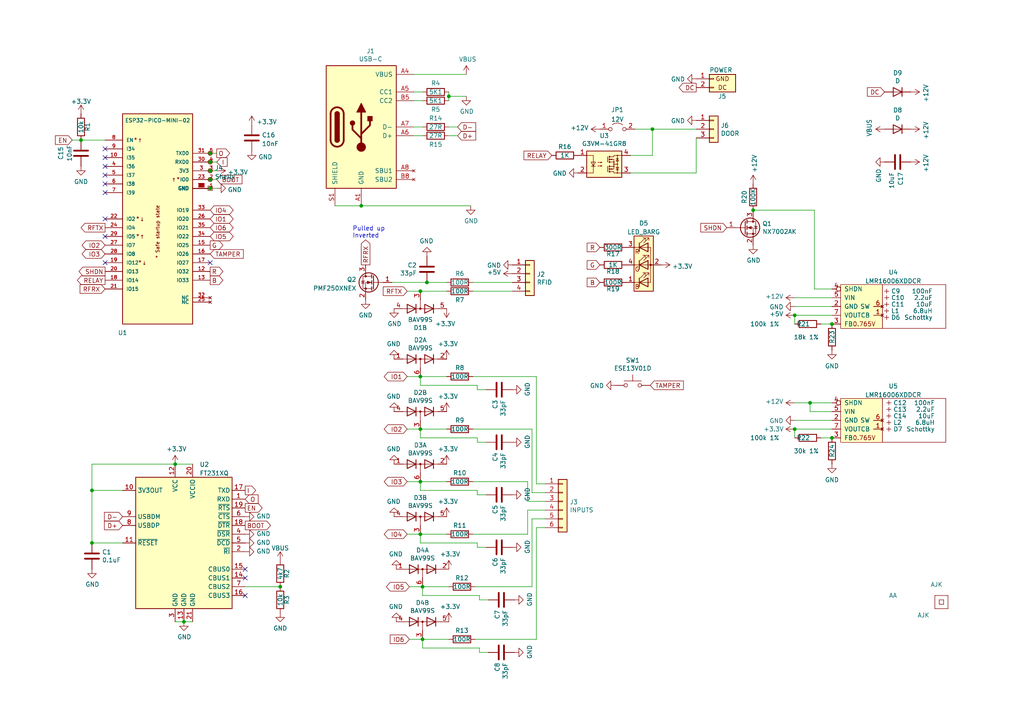
<source format=kicad_sch>
(kicad_sch (version 20211123) (generator eeschema)
  (paper "A4")
  (title_block (title "Access control") (date "${DATE}") (rev "3") (company "Adrian Kennard Andrews & Arnold Ltd") (comment 1 "toot.me.uk/@RevK") (comment 2 "www.me.uk"))
  (junction (at 60.96 49.53))
  (junction (at 123.825 81.915))
  (junction (at 121.92 124.46))
  (junction (at 122.555 170.18))
  (junction (at 104.775 59.69))
  (junction (at 60.96 46.99))
  (junction (at 81.28 170.18))
  (junction (at 241.3 127))
  (junction (at 189.23 37.465))
  (junction (at 26.67 157.48))
  (junction (at 121.92 139.7))
  (junction (at 53.34 180.34))
  (junction (at 122.555 185.42))
  (junction (at 130.175 27.94))
  (junction (at 26.67 142.24))
  (junction (at 121.92 109.22))
  (junction (at 230.505 124.46))
  (junction (at 60.96 52.07))
  (junction (at 60.96 54.61))
  (junction (at 50.8 134.62))
  (junction (at 234.95 116.84))
  (junction (at 60.96 44.45))
  (junction (at 121.92 84.455))
  (junction (at 23.495 40.64))
  (junction (at 230.505 91.44))
  (junction (at 218.44 60.96))
  (junction (at 241.3 93.98))
  (junction (at 121.92 154.94))
  (no_connect (at 71.12 167.64))
  (no_connect (at 71.12 165.1))
  (no_connect (at 71.12 172.72))
  (no_connect (at 30.48 50.8))
  (no_connect (at 30.48 43.18))
  (no_connect (at 30.48 45.72))
  (no_connect (at 30.48 48.26))
  (no_connect (at 60.96 76.2))
  (no_connect (at 30.48 53.34))
  (no_connect (at 30.48 55.88))
  (no_connect (at 30.48 63.5))
  (no_connect (at 30.48 68.58))
  (no_connect (at 30.48 76.2))
  (wire (pts (xy 122.555 187.96) (xy 139.065 187.96)))
  (wire (pts (xy 230.505 124.46) (xy 241.3 124.46)))
  (wire (pts (xy 138.43 111.76) (xy 138.43 113.03)))
  (wire (pts (xy 137.16 154.94) (xy 153.035 154.94)))
  (wire (pts (xy 71.12 170.18) (xy 81.28 170.18)))
  (wire (pts (xy 104.775 59.69) (xy 136.525 59.69)))
  (wire (pts (xy 130.175 36.83) (xy 132.715 36.83)))
  (wire (pts (xy 122.555 170.18) (xy 130.175 170.18)))
  (wire (pts (xy 121.92 84.455) (xy 129.54 84.455)))
  (wire (pts (xy 154.305 170.18) (xy 154.305 150.495)))
  (wire (pts (xy 121.92 142.24) (xy 138.43 142.24)))
  (wire (pts (xy 201.93 40.005) (xy 201.93 50.165)))
  (wire (pts (xy 230.505 124.46) (xy 230.505 127)))
  (wire (pts (xy 121.92 109.22) (xy 129.54 109.22)))
  (wire (pts (xy 53.34 180.34) (xy 55.88 180.34)))
  (wire (pts (xy 20.955 40.64) (xy 23.495 40.64)))
  (wire (pts (xy 26.67 142.24) (xy 26.67 134.62)))
  (wire (pts (xy 55.88 134.62) (xy 50.8 134.62)))
  (wire (pts (xy 137.16 139.7) (xy 153.035 139.7)))
  (wire (pts (xy 138.43 158.75) (xy 140.97 158.75)))
  (wire (pts (xy 230.505 91.44) (xy 241.3 91.44)))
  (wire (pts (xy 155.575 140.335) (xy 158.115 140.335)))
  (wire (pts (xy 230.505 86.36) (xy 241.3 86.36)))
  (wire (pts (xy 182.88 45.085) (xy 189.23 45.085)))
  (wire (pts (xy 121.92 139.7) (xy 129.54 139.7)))
  (wire (pts (xy 234.95 116.84) (xy 241.3 116.84)))
  (wire (pts (xy 120.015 36.83) (xy 122.555 36.83)))
  (wire (pts (xy 121.92 124.46) (xy 121.92 127)))
  (wire (pts (xy 230.505 116.84) (xy 234.95 116.84)))
  (wire (pts (xy 230.505 121.92) (xy 241.3 121.92)))
  (wire (pts (xy 120.015 26.67) (xy 122.555 26.67)))
  (wire (pts (xy 155.575 153.035) (xy 158.115 153.035)))
  (wire (pts (xy 121.92 139.7) (xy 121.92 142.24)))
  (wire (pts (xy 130.175 39.37) (xy 132.715 39.37)))
  (wire (pts (xy 154.305 124.46) (xy 154.305 142.875)))
  (wire (pts (xy 236.22 60.96) (xy 236.22 83.82)))
  (wire (pts (xy 137.16 124.46) (xy 154.305 124.46)))
  (wire (pts (xy 137.16 109.22) (xy 155.575 109.22)))
  (wire (pts (xy 153.035 154.94) (xy 153.035 147.955)))
  (wire (pts (xy 138.43 128.27) (xy 140.97 128.27)))
  (wire (pts (xy 121.92 127) (xy 138.43 127)))
  (wire (pts (xy 234.95 116.84) (xy 234.95 119.38)))
  (wire (pts (xy 60.96 52.07) (xy 62.865 52.07)))
  (wire (pts (xy 130.175 27.94) (xy 130.175 29.21)))
  (wire (pts (xy 230.505 91.44) (xy 230.505 93.98)))
  (wire (pts (xy 118.11 84.455) (xy 121.92 84.455)))
  (wire (pts (xy 182.88 50.165) (xy 201.93 50.165)))
  (wire (pts (xy 154.305 150.495) (xy 158.115 150.495)))
  (wire (pts (xy 230.505 88.9) (xy 241.3 88.9)))
  (wire (pts (xy 118.745 185.42) (xy 122.555 185.42)))
  (wire (pts (xy 153.035 147.955) (xy 158.115 147.955)))
  (wire (pts (xy 137.16 81.915) (xy 148.59 81.915)))
  (wire (pts (xy 138.43 142.24) (xy 138.43 143.51)))
  (wire (pts (xy 120.015 21.59) (xy 135.255 21.59)))
  (wire (pts (xy 118.11 124.46) (xy 121.92 124.46)))
  (wire (pts (xy 139.065 187.96) (xy 139.065 189.23)))
  (wire (pts (xy 122.555 172.72) (xy 139.065 172.72)))
  (wire (pts (xy 60.96 54.61) (xy 62.865 54.61)))
  (wire (pts (xy 60.96 49.53) (xy 62.865 49.53)))
  (wire (pts (xy 153.035 145.415) (xy 158.115 145.415)))
  (wire (pts (xy 138.43 113.03) (xy 140.97 113.03)))
  (wire (pts (xy 139.065 172.72) (xy 139.065 173.99)))
  (wire (pts (xy 26.67 134.62) (xy 50.8 134.62)))
  (wire (pts (xy 155.575 185.42) (xy 155.575 153.035)))
  (wire (pts (xy 189.23 37.465) (xy 184.15 37.465)))
  (wire (pts (xy 139.065 173.99) (xy 141.605 173.99)))
  (wire (pts (xy 138.43 143.51) (xy 140.97 143.51)))
  (wire (pts (xy 50.8 180.34) (xy 53.34 180.34)))
  (wire (pts (xy 121.92 154.94) (xy 121.92 157.48)))
  (wire (pts (xy 123.825 81.915) (xy 129.54 81.915)))
  (wire (pts (xy 238.125 93.98) (xy 241.3 93.98)))
  (wire (pts (xy 139.065 189.23) (xy 141.605 189.23)))
  (wire (pts (xy 120.015 29.21) (xy 122.555 29.21)))
  (wire (pts (xy 236.22 83.82) (xy 241.3 83.82)))
  (wire (pts (xy 121.92 157.48) (xy 138.43 157.48)))
  (wire (pts (xy 122.555 185.42) (xy 130.175 185.42)))
  (wire (pts (xy 218.44 60.96) (xy 236.22 60.96)))
  (wire (pts (xy 153.035 139.7) (xy 153.035 145.415)))
  (wire (pts (xy 189.23 45.085) (xy 189.23 37.465)))
  (wire (pts (xy 120.015 39.37) (xy 122.555 39.37)))
  (wire (pts (xy 118.745 170.18) (xy 122.555 170.18)))
  (wire (pts (xy 35.56 157.48) (xy 26.67 157.48)))
  (wire (pts (xy 135.255 27.94) (xy 130.175 27.94)))
  (wire (pts (xy 138.43 127) (xy 138.43 128.27)))
  (wire (pts (xy 121.92 109.22) (xy 121.92 111.76)))
  (wire (pts (xy 137.16 84.455) (xy 148.59 84.455)))
  (wire (pts (xy 121.92 124.46) (xy 129.54 124.46)))
  (wire (pts (xy 26.67 142.24) (xy 35.56 142.24)))
  (wire (pts (xy 122.555 170.18) (xy 122.555 172.72)))
  (wire (pts (xy 113.665 81.915) (xy 123.825 81.915)))
  (wire (pts (xy 130.175 26.67) (xy 130.175 27.94)))
  (wire (pts (xy 26.67 157.48) (xy 26.67 142.24)))
  (wire (pts (xy 137.795 185.42) (xy 155.575 185.42)))
  (wire (pts (xy 137.795 170.18) (xy 154.305 170.18)))
  (wire (pts (xy 60.96 44.45) (xy 62.865 44.45)))
  (wire (pts (xy 118.11 109.22) (xy 121.92 109.22)))
  (wire (pts (xy 118.11 154.94) (xy 121.92 154.94)))
  (wire (pts (xy 121.92 111.76) (xy 138.43 111.76)))
  (wire (pts (xy 121.92 154.94) (xy 129.54 154.94)))
  (wire (pts (xy 122.555 185.42) (xy 122.555 187.96)))
  (wire (pts (xy 238.125 127) (xy 241.3 127)))
  (wire (pts (xy 189.23 37.465) (xy 201.93 37.465)))
  (wire (pts (xy 234.95 119.38) (xy 241.3 119.38)))
  (wire (pts (xy 155.575 109.22) (xy 155.575 140.335)))
  (wire (pts (xy 97.155 59.69) (xy 104.775 59.69)))
  (wire (pts (xy 154.305 142.875) (xy 158.115 142.875)))
  (wire (pts (xy 118.11 139.7) (xy 121.92 139.7)))
  (wire (pts (xy 23.495 40.64) (xy 30.48 40.64)))
  (wire (pts (xy 138.43 157.48) (xy 138.43 158.75)))
  (wire (pts (xy 60.96 46.99) (xy 62.865 46.99)))
  (text "Pulled up\nInverted" (at 102.235 69.215 0) (effects (font (size 1.27 1.27)) (justify left bottom)))
  (global_label "BOOT" (shape output) (at 71.12 152.4 0) (property "Intersheet References" "${INTERSHEET_REFS}" (effects hide)))
  (global_label "IO3" (shape bidirectional) (at 118.11 139.7 180) (property "Intersheet References" "${INTERSHEET_REFS}" (effects hide)))
  (global_label "I" (shape input) (at 62.865 46.99 0) (property "Intersheet References" "${INTERSHEET_REFS}" (effects hide)))
  (global_label "D+" (shape input) (at 35.56 152.4 180) (property "Intersheet References" "${INTERSHEET_REFS}" (effects hide)))
  (global_label "O" (shape output) (at 62.865 44.45 0) (property "Intersheet References" "${INTERSHEET_REFS}" (effects hide)))
  (global_label "B" (shape input) (at 173.99 81.915 180) (property "Intersheet References" "${INTERSHEET_REFS}" (effects hide)))
  (global_label "I" (shape output) (at 71.12 142.24 0) (property "Intersheet References" "${INTERSHEET_REFS}" (effects hide)))
  (global_label "IO4" (shape bidirectional) (at 118.11 154.94 180) (property "Intersheet References" "${INTERSHEET_REFS}" (effects hide)))
  (global_label "IO4" (shape bidirectional) (at 60.96 60.96 0) (property "Intersheet References" "${INTERSHEET_REFS}" (effects hide)))
  (global_label "O" (shape input) (at 71.12 144.78 0) (property "Intersheet References" "${INTERSHEET_REFS}" (effects hide)))
  (global_label "EN" (shape input) (at 20.955 40.64 180) (property "Intersheet References" "${INTERSHEET_REFS}" (effects hide)))
  (global_label "IO5" (shape bidirectional) (at 118.745 170.18 180) (property "Intersheet References" "${INTERSHEET_REFS}" (effects hide)))
  (global_label "BOOT" (shape input) (at 62.865 52.07 0) (property "Intersheet References" "${INTERSHEET_REFS}" (effects hide)))
  (global_label "D-" (shape input) (at 132.715 36.83 0) (property "Intersheet References" "${INTERSHEET_REFS}" (effects hide)))
  (global_label "R" (shape output) (at 60.96 78.74 0) (property "Intersheet References" "${INTERSHEET_REFS}" (effects hide)))
  (global_label "IO2" (shape bidirectional) (at 30.48 71.12 180) (property "Intersheet References" "${INTERSHEET_REFS}" (effects hide)))
  (global_label "SHDN" (shape input) (at 210.82 66.04 180) (property "Intersheet References" "${INTERSHEET_REFS}" (effects hide)))
  (global_label "RELAY" (shape input) (at 160.02 45.085 180) (property "Intersheet References" "${INTERSHEET_REFS}" (effects hide)))
  (global_label "TAMPER" (shape input) (at 188.595 111.76 0) (property "Intersheet References" "${INTERSHEET_REFS}" (effects hide)))
  (global_label "RFTX" (shape output) (at 30.48 66.04 180) (property "Intersheet References" "${INTERSHEET_REFS}" (effects hide)))
  (global_label "TAMPER" (shape input) (at 60.96 73.66 0) (property "Intersheet References" "${INTERSHEET_REFS}" (effects hide)))
  (global_label "IO1" (shape bidirectional) (at 60.96 63.5 0) (property "Intersheet References" "${INTERSHEET_REFS}" (effects hide)))
  (global_label "DC" (shape input) (at 256.54 26.67 180) (property "Intersheet References" "${INTERSHEET_REFS}" (effects hide)))
  (global_label "DC" (shape output) (at 201.93 25.4 180) (property "Intersheet References" "${INTERSHEET_REFS}" (effects hide)))
  (global_label "IO6" (shape bidirectional) (at 60.96 66.04 0) (property "Intersheet References" "${INTERSHEET_REFS}" (effects hide)))
  (global_label "G" (shape output) (at 60.96 71.12 0) (property "Intersheet References" "${INTERSHEET_REFS}" (effects hide)))
  (global_label "RFRX" (shape output) (at 106.045 76.835 90) (property "Intersheet References" "${INTERSHEET_REFS}" (effects hide)))
  (global_label "D+" (shape input) (at 132.715 39.37 0) (property "Intersheet References" "${INTERSHEET_REFS}" (effects hide)))
  (global_label "EN" (shape output) (at 71.12 147.32 0) (property "Intersheet References" "${INTERSHEET_REFS}" (effects hide)))
  (global_label "IO2" (shape bidirectional) (at 118.11 124.46 180) (property "Intersheet References" "${INTERSHEET_REFS}" (effects hide)))
  (global_label "IO1" (shape bidirectional) (at 118.11 109.22 180) (property "Intersheet References" "${INTERSHEET_REFS}" (effects hide)))
  (global_label "IO3" (shape bidirectional) (at 30.48 73.66 180) (property "Intersheet References" "${INTERSHEET_REFS}" (effects hide)))
  (global_label "D-" (shape input) (at 35.56 149.86 180) (property "Intersheet References" "${INTERSHEET_REFS}" (effects hide)))
  (global_label "RELAY" (shape output) (at 30.48 81.28 180) (property "Intersheet References" "${INTERSHEET_REFS}" (effects hide)))
  (global_label "RFRX" (shape input) (at 30.48 83.82 180) (property "Intersheet References" "${INTERSHEET_REFS}" (effects hide)))
  (global_label "B" (shape output) (at 60.96 81.28 0) (property "Intersheet References" "${INTERSHEET_REFS}" (effects hide)))
  (global_label "IO6" (shape input) (at 118.745 185.42 180) (property "Intersheet References" "${INTERSHEET_REFS}" (effects hide)))
  (global_label "G" (shape input) (at 173.99 76.835 180) (property "Intersheet References" "${INTERSHEET_REFS}" (effects hide)))
  (global_label "SHDN" (shape output) (at 30.48 78.74 180) (property "Intersheet References" "${INTERSHEET_REFS}" (effects hide)))
  (global_label "R" (shape input) (at 173.99 71.755 180) (property "Intersheet References" "${INTERSHEET_REFS}" (effects hide)))
  (global_label "IO5" (shape bidirectional) (at 60.96 68.58 0) (property "Intersheet References" "${INTERSHEET_REFS}" (effects hide)))
  (global_label "RFTX" (shape input) (at 118.11 84.455 180) (property "Intersheet References" "${INTERSHEET_REFS}" (effects hide)))
  (symbol (lib_id "RevK:USB-C") (at 104.775 36.83 0) (unit 1)
    (property "Reference" "J1" (at 107.4928 14.8082 0))
    (property "Value" "USB-C" (at 107.4928 17.1196 0))
    (property "Footprint" "RevK:USC16-TR" (effects hide))
    (property "Datasheet" "https://www.usb.org/sites/default/files/documents/usb_type-c.zip" (effects hide))
    (property "LCSC Part #" "C709357" (effects hide))
  )
  (symbol (lib_id "Device:R") (at 126.365 26.67 90) (unit 1)
    (property "Reference" "R4" (at 126.365 24.13 90))
    (property "Value" "5K1" (at 126.365 26.67 90))
    (property "Footprint" "RevK:R_0603" (effects hide))
  )
  (symbol (lib_id "power:GND") (at 136.525 59.69 0) (unit 1)
    (property "Reference" "#PWR032" (effects hide))
    (property "Value" "GND" (at 136.652 64.0842 0))
  )
  (symbol (lib_id "Device:R") (at 126.365 29.21 270) (unit 1)
    (property "Reference" "R5" (at 126.365 31.75 90))
    (property "Value" "5K1" (at 126.365 29.21 90))
    (property "Footprint" "RevK:R_0603" (effects hide))
  )
  (symbol (lib_id "RevK:AJK") (at 271.78 169.545 0) (unit 1) (in_bom no)
    (property "Reference" "AJK1" (effects hide))
    (property "Value" "AJK" (at 269.875 169.545 0) (effects (justify left)))
    (property "Footprint" "RevK:AJK" (effects hide))
    (property "Note" "Non part, PCB printed" (effects hide))
  )
  (symbol (lib_id "Connector_Generic:Conn_01x04") (at 153.67 79.375 0) (unit 1)
    (property "Reference" "J2" (at 155.702 79.5782 0) (effects (justify left)))
    (property "Value" "RFID" (at 155.702 81.8896 0) (effects (justify left)))
    (property "Footprint" "RevK:Molex_MiniSPOX_H4RA" (effects hide))
  )
  (symbol (lib_id "RevK:PowerIn") (at 207.01 22.86 0) (unit 1)
    (property "Reference" "J5" (at 208.28 27.94 0) (effects (justify left)))
    (property "Value" "POWER" (at 205.74 20.32 0) (effects (justify left)))
    (property "Footprint" "RevK:Molex_MiniSPOX_H2RA" (effects hide))
  )
  (symbol (lib_id "power:GND") (at 148.59 76.835 270) (unit 1)
    (property "Reference" "#PWR033" (effects hide))
    (property "Value" "GND" (at 145.3388 76.962 90) (effects (justify right)))
  )
  (symbol (lib_id "power:GND") (at 201.93 22.86 270) (unit 1)
    (property "Reference" "#PWR045" (effects hide))
    (property "Value" "GND" (at 198.6788 22.987 90) (effects (justify right)))
  )
  (symbol (lib_id "power:+5V") (at 148.59 79.375 90) (unit 1)
    (property "Reference" "#PWR034" (effects hide))
    (property "Value" "+5V" (at 145.3388 78.994 90) (effects (justify left)))
  )
  (symbol (lib_id "power:GND") (at 167.64 50.165 270) (unit 1)
    (property "Reference" "#PWR041" (effects hide))
    (property "Value" "GND" (at 164.3888 50.292 90) (effects (justify right)))
  )
  (symbol (lib_id "Device:R") (at 163.83 45.085 270) (unit 1)
    (property "Reference" "R16" (at 163.83 42.545 90))
    (property "Value" "1K" (at 163.83 45.085 90))
    (property "Footprint" "RevK:R_0603" (effects hide))
  )
  (symbol (lib_id "power:GND") (at 218.44 71.12 0) (unit 1)
    (property "Reference" "#PWR049" (effects hide))
    (property "Value" "GND" (at 218.567 75.5142 0))
  )
  (symbol (lib_id "power:GND") (at 53.34 180.34 0) (unit 1)
    (property "Reference" "#PWR04" (effects hide))
    (property "Value" "GND" (at 53.467 184.7342 0))
  )
  (symbol (lib_id "power:+3.3V") (at 50.8 134.62 0) (unit 1)
    (property "Reference" "#PWR03" (effects hide))
    (property "Value" "+3.3V" (at 51.181 130.2258 0))
  )
  (symbol (lib_id "power:GND") (at 71.12 149.86 90) (unit 1)
    (property "Reference" "#PWR07" (effects hide))
    (property "Value" "GND" (at 74.3712 149.733 90) (effects (justify right)))
  )
  (symbol (lib_id "power:GND") (at 71.12 154.94 90) (unit 1)
    (property "Reference" "#PWR08" (effects hide))
    (property "Value" "GND" (at 74.3712 154.813 90) (effects (justify right)))
  )
  (symbol (lib_id "power:GND") (at 71.12 157.48 90) (unit 1)
    (property "Reference" "#PWR09" (effects hide))
    (property "Value" "GND" (at 74.3712 157.353 90) (effects (justify right)))
  )
  (symbol (lib_id "power:GND") (at 71.12 160.02 90) (unit 1)
    (property "Reference" "#PWR010" (effects hide))
    (property "Value" "GND" (at 74.3712 159.893 90) (effects (justify right)))
  )
  (symbol (lib_id "RevK:G3VM-41GR8") (at 175.26 47.625 0) (unit 1)
    (property "Reference" "U3" (at 175.26 39.37 0))
    (property "Value" "G3VM-41GR8" (at 175.26 41.6814 0))
    (property "Footprint" "RevK:Special-SOP-4-3.7x4.55" (effects hide))
    (property "Datasheet" "https://toshiba.semicon-storage.com/info/docget.jsp?did=1284&prodName=TLP3542" (effects hide))
    (property "LCSC Part #" "C2691601" (effects hide))
    (property "JLCPCB Rotation Offset" "180" (effects hide))
  )
  (symbol (lib_id "Device:R") (at 126.365 36.83 270) (unit 1)
    (property "Reference" "R14" (at 126.365 34.29 90))
    (property "Value" "27R" (at 126.365 36.83 90))
    (property "Footprint" "RevK:R_0603" (effects hide))
  )
  (symbol (lib_id "Device:R") (at 126.365 39.37 270) (unit 1)
    (property "Reference" "R15" (at 126.365 41.91 90))
    (property "Value" "27R" (at 126.365 39.37 90))
    (property "Footprint" "RevK:R_0603" (effects hide))
  )
  (symbol (lib_id "Connector_Generic:Conn_01x03") (at 207.01 37.465 0) (unit 1)
    (property "Reference" "J6" (at 209.042 36.3982 0) (effects (justify left)))
    (property "Value" "DOOR" (at 209.042 38.7096 0) (effects (justify left)))
    (property "Footprint" "RevK:Molex_MiniSPOX_H3RA" (effects hide))
  )
  (symbol (lib_id "Connector_Generic:Conn_01x06") (at 163.195 145.415 0) (unit 1)
    (property "Reference" "J3" (at 165.227 145.6182 0) (effects (justify left)))
    (property "Value" "INPUTS" (at 165.227 147.9296 0) (effects (justify left)))
    (property "Footprint" "RevK:Molex_MiniSPOX_H6RA" (effects hide))
  )
  (symbol (lib_id "power:+12V") (at 173.99 37.465 90) (unit 1)
    (property "Reference" "#PWR042" (effects hide))
    (property "Value" "+12V" (at 170.7388 37.084 90) (effects (justify left)))
  )
  (symbol (lib_id "power:+12V") (at 264.16 37.465 270) (unit 1)
    (property "Reference" "#PWR059" (effects hide))
    (property "Value" "+12V" (at 268.5542 37.846 0))
  )
  (symbol (lib_id "Device:D") (at 260.35 37.465 180) (unit 1)
    (property "Reference" "D8" (at 260.35 31.9532 0))
    (property "Value" "D" (at 260.35 34.2646 0))
    (property "Footprint" "RevK:D_1206" (effects hide))
    (property "LCSC Part #" "C143805" (effects hide))
  )
  (symbol (lib_id "power:VBUS") (at 256.54 37.465 90) (unit 1)
    (property "Reference" "#PWR058" (effects hide))
    (property "Value" "VBUS" (at 252.1458 37.084 0))
  )
  (symbol (lib_id "power:GND") (at 201.93 34.925 270) (unit 1)
    (property "Reference" "#PWR047" (effects hide))
    (property "Value" "GND" (at 198.6788 35.052 90) (effects (justify right)))
  )
  (symbol (lib_id "RevK:QR") (at 273.05 174.625 0) (unit 1) (in_bom no)
    (property "Reference" "U7" (effects hide))
    (property "Value" "QR" (effects hide))
    (property "Footprint" "RevK:QR-SS" (effects hide))
    (property "Note" "Non part, PCB printed" (effects hide))
  )
  (symbol (lib_id "Device:C") (at 26.67 161.29 0) (unit 1)
    (property "Reference" "C1" (at 29.591 160.1216 0) (effects (justify left)))
    (property "Value" "0.1uF" (at 29.591 162.433 0) (effects (justify left)))
    (property "Footprint" "RevK:C_0603" (effects hide))
  )
  (symbol (lib_id "power:GND") (at 26.67 165.1 0) (unit 1)
    (property "Reference" "#PWR01" (effects hide))
    (property "Value" "GND" (at 26.797 169.4942 0))
  )
  (symbol (lib_id "power:+12V") (at 230.505 116.84 90) (unit 1)
    (property "Reference" "#PWR053" (effects hide))
    (property "Value" "+12V" (at 227.2538 116.459 90) (effects (justify left)))
  )
  (symbol (lib_id "power:+12V") (at 230.505 86.36 90) (unit 1)
    (property "Reference" "#PWR050" (effects hide))
    (property "Value" "+12V" (at 227.2538 85.979 90) (effects (justify left)))
  )
  (symbol (lib_id "power:+5V") (at 230.505 91.44 90) (unit 1)
    (property "Reference" "#PWR052" (effects hide))
    (property "Value" "+5V" (at 227.2538 91.059 90) (effects (justify left)))
  )
  (symbol (lib_id "Switch:SW_Push") (at 183.515 111.76 0) (unit 1)
    (property "Reference" "SW1" (at 183.515 104.521 0))
    (property "Value" "ESE13V01D" (at 183.515 106.8324 0))
    (property "Footprint" "RevK:ESE13" (effects hide))
  )
  (symbol (lib_id "power:GND") (at 178.435 111.76 270) (unit 1)
    (property "Reference" "#PWR043" (effects hide))
    (property "Value" "GND" (at 175.1838 111.887 90) (effects (justify right)))
  )
  (symbol (lib_id "Device:R") (at 218.44 57.15 180) (unit 1)
    (property "Reference" "R20" (at 215.9 57.15 90))
    (property "Value" "100K" (at 218.44 57.15 90))
    (property "Footprint" "RevK:R_0603" (effects hide))
  )
  (symbol (lib_id "power:+12V") (at 218.44 53.34 0) (unit 1)
    (property "Reference" "#PWR048" (effects hide))
    (property "Value" "+12V" (at 218.821 50.0888 90) (effects (justify left)))
  )
  (symbol (lib_id "Device:R") (at 133.35 84.455 270) (unit 1)
    (property "Reference" "R7" (at 133.35 86.995 90))
    (property "Value" "100R" (at 133.35 84.455 90))
    (property "Footprint" "RevK:R_0603" (effects hide))
  )
  (symbol (lib_id "Device:R") (at 133.35 81.915 270) (unit 1)
    (property "Reference" "R6" (at 133.35 79.375 90))
    (property "Value" "100R" (at 133.35 81.915 90))
    (property "Footprint" "RevK:R_0603" (effects hide))
  )
  (symbol (lib_id "Device:R") (at 133.35 109.22 270) (unit 1)
    (property "Reference" "R8" (at 133.35 106.68 90))
    (property "Value" "100R" (at 133.35 109.22 90))
    (property "Footprint" "RevK:R_0603" (effects hide))
  )
  (symbol (lib_id "Diode:BAV99S") (at 121.92 104.14 0) (unit 1)
    (property "Reference" "D2" (at 121.92 98.6282 0))
    (property "Value" "BAV99S" (at 121.92 100.9396 0))
    (property "Footprint" "Package_TO_SOT_SMD:SOT-363_SC-70-6" (effects hide))
    (property "Datasheet" "https://assets.nexperia.com/documents/data-sheet/BAV99_SER.pdf" (effects hide))
    (property "JLCPCB Rotation Offset" "90" (effects hide))
  )
  (symbol (lib_id "power:+3.3V") (at 129.54 104.14 0) (unit 1)
    (property "Reference" "#PWR024" (effects hide))
    (property "Value" "+3.3V" (at 129.921 99.7458 0))
  )
  (symbol (lib_id "Device:R") (at 133.35 124.46 270) (unit 1)
    (property "Reference" "R9" (at 133.35 121.92 90))
    (property "Value" "100R" (at 133.35 124.46 90))
    (property "Footprint" "RevK:R_0603" (effects hide))
  )
  (symbol (lib_id "Diode:BAV99S") (at 121.92 119.38 0) (unit 2)
    (property "Reference" "D2" (at 121.92 113.8682 0))
    (property "Value" "BAV99S" (at 121.92 116.1796 0))
    (property "Footprint" "Package_TO_SOT_SMD:SOT-363_SC-70-6" (effects hide))
    (property "Datasheet" "https://assets.nexperia.com/documents/data-sheet/BAV99_SER.pdf" (effects hide))
    (property "JLCPCB Rotation Offset" "90" (effects hide))
  )
  (symbol (lib_id "power:+3.3V") (at 129.54 119.38 0) (unit 1)
    (property "Reference" "#PWR025" (effects hide))
    (property "Value" "+3.3V" (at 129.921 114.9858 0))
  )
  (symbol (lib_id "power:GND") (at 114.3 119.38 180) (unit 1)
    (property "Reference" "#PWR017" (effects hide))
    (property "Value" "GND" (at 114.173 114.9858 0))
  )
  (symbol (lib_id "Diode:BAV99S") (at 121.92 89.535 0) (mirror x) (unit 2)
    (property "Reference" "D1" (at 121.92 95.0468 0))
    (property "Value" "BAV99S" (at 121.92 92.7354 0))
    (property "Footprint" "Package_TO_SOT_SMD:SOT-363_SC-70-6" (effects hide))
    (property "Datasheet" "https://assets.nexperia.com/documents/data-sheet/BAV99_SER.pdf" (effects hide))
    (property "JLCPCB Rotation Offset" "90" (effects hide))
  )
  (symbol (lib_id "power:+3.3V") (at 129.54 89.535 180) (unit 1)
    (property "Reference" "#PWR023" (effects hide))
    (property "Value" "+3.3V" (at 129.159 93.9292 0))
  )
  (symbol (lib_id "power:GND") (at 114.3 89.535 0) (unit 1)
    (property "Reference" "#PWR015" (effects hide))
    (property "Value" "GND" (at 114.427 93.9292 0))
  )
  (symbol (lib_id "RevK:AA") (at 258.445 172.72 0) (unit 1) (in_bom no)
    (property "Reference" "U6" (effects hide))
    (property "Value" "AA" (at 257.81 172.72 0) (effects (justify left)))
    (property "Footprint" "RevK:AA" (effects hide))
    (property "Note" "Non part, PCB printed" (effects hide))
  )
  (symbol (lib_id "Device:C") (at 144.78 113.03 90) (mirror x) (unit 1)
    (property "Reference" "C3" (at 143.6116 115.951 0) (effects (justify left)))
    (property "Value" "33pF" (at 145.923 115.951 0) (effects (justify left)))
    (property "Footprint" "RevK:C_0603" (effects hide))
  )
  (symbol (lib_id "power:GND") (at 148.59 113.03 90) (unit 1)
    (property "Reference" "#PWR035" (effects hide))
    (property "Value" "GND" (at 152.9842 112.903 0))
  )
  (symbol (lib_id "Device:R") (at 133.35 139.7 270) (unit 1)
    (property "Reference" "R10" (at 133.35 137.16 90))
    (property "Value" "100R" (at 133.35 139.7 90))
    (property "Footprint" "RevK:R_0603" (effects hide))
  )
  (symbol (lib_id "Diode:BAV99S") (at 121.92 134.62 0) (unit 1)
    (property "Reference" "D3" (at 121.92 129.1082 0))
    (property "Value" "BAV99S" (at 121.92 131.4196 0))
    (property "Footprint" "Package_TO_SOT_SMD:SOT-363_SC-70-6" (effects hide))
    (property "Datasheet" "https://assets.nexperia.com/documents/data-sheet/BAV99_SER.pdf" (effects hide))
    (property "JLCPCB Rotation Offset" "90" (effects hide))
  )
  (symbol (lib_id "power:+3.3V") (at 129.54 134.62 0) (unit 1)
    (property "Reference" "#PWR026" (effects hide))
    (property "Value" "+3.3V" (at 129.921 130.2258 0))
  )
  (symbol (lib_id "power:GND") (at 114.3 134.62 180) (unit 1)
    (property "Reference" "#PWR018" (effects hide))
    (property "Value" "GND" (at 114.173 130.2258 0))
  )
  (symbol (lib_id "Device:R") (at 133.35 154.94 270) (unit 1)
    (property "Reference" "R11" (at 133.35 152.4 90))
    (property "Value" "100R" (at 133.35 154.94 90))
    (property "Footprint" "RevK:R_0603" (effects hide))
  )
  (symbol (lib_id "Diode:BAV99S") (at 121.92 149.86 0) (unit 2)
    (property "Reference" "D3" (at 121.92 144.3482 0))
    (property "Value" "BAV99S" (at 121.92 146.6596 0))
    (property "Footprint" "Package_TO_SOT_SMD:SOT-363_SC-70-6" (effects hide))
    (property "Datasheet" "https://assets.nexperia.com/documents/data-sheet/BAV99_SER.pdf" (effects hide))
    (property "JLCPCB Rotation Offset" "90" (effects hide))
  )
  (symbol (lib_id "power:+3.3V") (at 129.54 149.86 0) (unit 1)
    (property "Reference" "#PWR027" (effects hide))
    (property "Value" "+3.3V" (at 129.921 145.4658 0))
  )
  (symbol (lib_id "power:GND") (at 114.3 149.86 180) (unit 1)
    (property "Reference" "#PWR019" (effects hide))
    (property "Value" "GND" (at 114.173 145.4658 0))
  )
  (symbol (lib_id "Device:R") (at 133.985 170.18 270) (unit 1)
    (property "Reference" "R12" (at 133.985 167.64 90))
    (property "Value" "100R" (at 133.985 170.18 90))
    (property "Footprint" "RevK:R_0603" (effects hide))
  )
  (symbol (lib_id "Diode:BAV99S") (at 122.555 165.1 0) (unit 1)
    (property "Reference" "D4" (at 122.555 159.5882 0))
    (property "Value" "BAV99S" (at 122.555 161.8996 0))
    (property "Footprint" "Package_TO_SOT_SMD:SOT-363_SC-70-6" (effects hide))
    (property "Datasheet" "https://assets.nexperia.com/documents/data-sheet/BAV99_SER.pdf" (effects hide))
    (property "JLCPCB Rotation Offset" "90" (effects hide))
  )
  (symbol (lib_id "power:+3.3V") (at 130.175 165.1 0) (unit 1)
    (property "Reference" "#PWR028" (effects hide))
    (property "Value" "+3.3V" (at 130.556 160.7058 0))
  )
  (symbol (lib_id "power:GND") (at 114.935 165.1 180) (unit 1)
    (property "Reference" "#PWR020" (effects hide))
    (property "Value" "GND" (at 114.808 160.7058 0))
  )
  (symbol (lib_id "Device:R") (at 133.985 185.42 270) (unit 1)
    (property "Reference" "R13" (at 133.985 182.88 90))
    (property "Value" "100R" (at 133.985 185.42 90))
    (property "Footprint" "RevK:R_0603" (effects hide))
  )
  (symbol (lib_id "Diode:BAV99S") (at 122.555 180.34 0) (unit 2)
    (property "Reference" "D4" (at 122.555 174.8282 0))
    (property "Value" "BAV99S" (at 122.555 177.1396 0))
    (property "Footprint" "Package_TO_SOT_SMD:SOT-363_SC-70-6" (effects hide))
    (property "Datasheet" "https://assets.nexperia.com/documents/data-sheet/BAV99_SER.pdf" (effects hide))
    (property "JLCPCB Rotation Offset" "90" (effects hide))
  )
  (symbol (lib_id "power:+3.3V") (at 130.175 180.34 0) (unit 1)
    (property "Reference" "#PWR029" (effects hide))
    (property "Value" "+3.3V" (at 130.556 175.9458 0))
  )
  (symbol (lib_id "power:GND") (at 114.935 180.34 180) (unit 1)
    (property "Reference" "#PWR021" (effects hide))
    (property "Value" "GND" (at 114.808 175.9458 0))
  )
  (symbol (lib_id "Device:C") (at 144.78 128.27 90) (mirror x) (unit 1)
    (property "Reference" "C4" (at 143.6116 131.191 0) (effects (justify left)))
    (property "Value" "33pF" (at 145.923 131.191 0) (effects (justify left)))
    (property "Footprint" "RevK:C_0603" (effects hide))
  )
  (symbol (lib_id "power:GND") (at 148.59 128.27 90) (unit 1)
    (property "Reference" "#PWR036" (effects hide))
    (property "Value" "GND" (at 152.9842 128.143 0))
  )
  (symbol (lib_id "Device:C") (at 144.78 143.51 90) (mirror x) (unit 1)
    (property "Reference" "C5" (at 143.6116 146.431 0) (effects (justify left)))
    (property "Value" "33pF" (at 145.923 146.431 0) (effects (justify left)))
    (property "Footprint" "RevK:C_0603" (effects hide))
  )
  (symbol (lib_id "power:GND") (at 148.59 143.51 90) (unit 1)
    (property "Reference" "#PWR037" (effects hide))
    (property "Value" "GND" (at 152.9842 143.383 0))
  )
  (symbol (lib_id "Device:C") (at 144.78 158.75 90) (mirror x) (unit 1)
    (property "Reference" "C6" (at 143.6116 161.671 0) (effects (justify left)))
    (property "Value" "33pF" (at 145.923 161.671 0) (effects (justify left)))
    (property "Footprint" "RevK:C_0603" (effects hide))
  )
  (symbol (lib_id "power:GND") (at 148.59 158.75 90) (unit 1)
    (property "Reference" "#PWR038" (effects hide))
    (property "Value" "GND" (at 152.9842 158.623 0))
  )
  (symbol (lib_id "Device:C") (at 145.415 173.99 90) (mirror x) (unit 1)
    (property "Reference" "C7" (at 144.2466 176.911 0) (effects (justify left)))
    (property "Value" "33pF" (at 146.558 176.911 0) (effects (justify left)))
    (property "Footprint" "RevK:C_0603" (effects hide))
  )
  (symbol (lib_id "power:GND") (at 149.225 173.99 90) (unit 1)
    (property "Reference" "#PWR039" (effects hide))
    (property "Value" "GND" (at 153.6192 173.863 0))
  )
  (symbol (lib_id "Device:C") (at 145.415 189.23 90) (mirror x) (unit 1)
    (property "Reference" "C8" (at 144.2466 192.151 0) (effects (justify left)))
    (property "Value" "33pF" (at 146.558 192.151 0) (effects (justify left)))
    (property "Footprint" "RevK:C_0603" (effects hide))
  )
  (symbol (lib_id "power:GND") (at 149.225 189.23 90) (unit 1)
    (property "Reference" "#PWR040" (effects hide))
    (property "Value" "GND" (at 153.6192 189.103 0))
  )
  (symbol (lib_id "Device:C") (at 123.825 78.105 0) (mirror y) (unit 1)
    (property "Reference" "C2" (at 120.904 76.9366 0) (effects (justify left)))
    (property "Value" "33pF" (at 120.904 79.248 0) (effects (justify left)))
    (property "Footprint" "RevK:C_0603" (effects hide))
  )
  (symbol (lib_id "power:GND") (at 123.825 74.295 180) (unit 1)
    (property "Reference" "#PWR013" (effects hide))
    (property "Value" "GND" (at 123.698 69.9008 0))
  )
  (symbol (lib_id "Device:Q_NMOS_GSD") (at 215.9 66.04 0) (unit 1)
    (property "Reference" "Q1" (at 221.107 64.8716 0) (effects (justify left)))
    (property "Value" "NX7002AK" (at 221.107 67.183 0) (effects (justify left)))
    (property "Footprint" "Package_TO_SOT_SMD:SOT-23" (effects hide))
    (property "Manufacturer" "Nexperia" (effects hide))
    (property "Part No" "NX7002AK" (effects hide))
    (property "JLCPCB Rotation Offset" "180" (effects hide))
  )
  (symbol (lib_id "power:VBUS") (at 135.255 21.59 0) (unit 1)
    (property "Reference" "#PWR030" (effects hide))
    (property "Value" "VBUS" (at 135.636 17.1958 0))
  )
  (symbol (lib_id "power:GND") (at 135.255 27.94 0) (unit 1)
    (property "Reference" "#PWR031" (effects hide))
    (property "Value" "GND" (at 135.382 32.3342 0))
  )
  (symbol (lib_id "power:GND") (at 114.3 104.14 180) (unit 1)
    (property "Reference" "#PWR016" (effects hide))
    (property "Value" "GND" (at 114.173 99.7458 0))
  )
  (symbol (lib_id "power:+12V") (at 264.16 26.67 270) (unit 1)
    (property "Reference" "#PWR0105" (effects hide))
    (property "Value" "+12V" (at 268.5542 27.051 0))
  )
  (symbol (lib_id "RevK:Shelly") (at 60.96 49.53 0) (unit 1) (in_bom no)
    (property "Reference" "J4" (at 62.3062 48.6953 0) (effects (justify left)))
    (property "Value" "Shelly" (at 62.3062 51.2322 0) (effects (justify left)))
    (property "Footprint" "RevK:Shelly" (effects hide))
  )
  (symbol (lib_id "power:+12V") (at 264.16 46.99 270) (unit 1)
    (property "Reference" "#PWR0106" (effects hide))
    (property "Value" "+12V" (at 268.5542 47.371 0))
  )
  (symbol (lib_id "RevK:Hidden") (at 257.175 86.36 0) (unit 1)
    (property "Reference" "C10" (at 258.445 86.36 0) (effects (justify left)))
    (property "Value" "2.2uF" (at 270.51 86.36 0) (effects (justify right)))
    (property "Footprint" "RevK:C_0805_" (effects hide))
    (property "LCSC Part #" "C19110" (effects hide))
  )
  (symbol (lib_id "power:GND") (at 73.025 43.815 0) (unit 1)
    (property "Reference" "#PWR0103" (effects hide))
    (property "Value" "GND" (at 74.93 45.5188 0) (effects (justify left)))
  )
  (symbol (lib_id "Device:R") (at 241.3 130.81 180) (unit 1)
    (property "Reference" "R24" (at 241.3 132.715 90) (effects (justify right)))
    (property "Value" "30k 1%" (at 237.49 130.81 0) (effects (justify left)))
    (property "Footprint" "RevK:R_0603" (effects hide))
    (property "LCSC Part #" "C100001" (effects hide))
  )
  (symbol (lib_id "power:GND") (at 256.54 46.99 270) (unit 1)
    (property "Reference" "#PWR0107" (effects hide))
    (property "Value" "GND" (at 254.8362 48.895 0) (effects (justify left)))
  )
  (symbol (lib_id "RevK:Hidden") (at 257.175 84.455 0) (unit 1)
    (property "Reference" "C9" (at 258.445 84.455 0) (effects (justify left)))
    (property "Value" "100nF" (at 270.51 84.455 0) (effects (justify right)))
    (property "Footprint" "RevK:C_0603_" (effects hide))
    (property "Note" "X7R or X5R 0603" (effects hide))
    (property "LCSC Part #" "C30926" (effects hide))
  )
  (symbol (lib_id "Device:R") (at 81.28 166.37 0) (unit 1)
    (property "Reference" "R2" (at 83.185 166.37 90))
    (property "Value" "4k7" (at 81.28 166.37 90))
    (property "Footprint" "RevK:R_0603" (effects hide))
  )
  (symbol (lib_id "Device:R") (at 23.495 36.83 0) (unit 1)
    (property "Reference" "R1" (at 25.4 36.83 90))
    (property "Value" "10k" (at 23.495 36.83 90))
    (property "Footprint" "RevK:R_0603" (effects hide))
  )
  (symbol (lib_id "RevK:LMR16006XDDCR") (at 241.3 83.82 0) (unit 1)
    (property "Reference" "U4" (at 259.08 78.9772 0))
    (property "Value" "LMR16006XDDCR" (at 259.08 81.5141 0))
    (property "Footprint" "RevK:SOT-23-Thin-6-Reg" (effects hide))
    (property "Manufacturer" "TI" (effects hide))
    (property "Part No" "LMR16006XDDCR" (effects hide))
    (property "LCSC Part #" "C87080" (effects hide))
    (property "JLCPCB Rotation Offset" "90" (effects hide))
  )
  (symbol (lib_id "power:+3.3V") (at 191.77 76.835 270) (unit 1)
    (property "Reference" "#PWR0102" (effects hide))
    (property "Value" "+3.3V" (at 194.945 77.2688 90) (effects (justify left)))
  )
  (symbol (lib_id "RevK:Hidden") (at 257.81 124.46 0) (unit 1)
    (property "Reference" "D7" (at 259.08 124.46 0) (effects (justify left)))
    (property "Value" "Schottky" (at 271.145 124.46 0) (effects (justify right)))
    (property "Footprint" "RevK:D_1206_" (effects hide))
    (property "Datasheet" "https://www.mouser.co.uk/datasheet/2/54/CD1206-B220_B2100-777245.pdf" (effects hide))
    (property "Manufacturer" "Bourns" (effects hide))
    (property "LCSC Part #" "C143805" (effects hide))
    (property "JLCPCB Rotation Offset" "180" (effects hide))
  )
  (symbol (lib_id "power:VBUS") (at 81.28 162.56 0) (unit 1)
    (property "Reference" "#PWR011" (effects hide))
    (property "Value" "VBUS" (at 81.28 158.9842 0))
  )
  (symbol (lib_id "Device:R") (at 177.8 71.755 270) (unit 1)
    (property "Reference" "R17" (at 177.8 73.66 90))
    (property "Value" "300R" (at 177.8 71.755 90))
    (property "Footprint" "RevK:R_0603" (effects hide))
    (property "Part No" "0603-680R" (effects hide))
  )
  (symbol (lib_id "RevK:AJK") (at 267.97 177.8 0) (unit 1) (in_bom no)
    (property "Reference" "Logo1" (effects hide))
    (property "Value" "AJK" (at 266.065 178.435 0) (effects (justify left)))
    (property "Footprint" "RevK:AJK" (effects hide))
    (property "Note" "Non part, PCB printed" (effects hide))
  )
  (symbol (lib_id "power:+3.3V") (at 230.505 124.46 90) (unit 1)
    (property "Reference" "#PWR055" (effects hide))
    (property "Value" "+3.3V" (at 227.33 124.46 90) (effects (justify left)))
  )
  (symbol (lib_id "power:GND") (at 241.3 134.62 0) (unit 1)
    (property "Reference" "#PWR057" (effects hide))
    (property "Value" "GND" (at 241.3 139.1825 0))
  )
  (symbol (lib_id "power:GND") (at 241.3 101.6 0) (unit 1)
    (property "Reference" "#PWR056" (effects hide))
    (property "Value" "GND" (at 241.3 106.1625 0))
  )
  (symbol (lib_id "Device:LED_BARG") (at 186.69 76.835 0) (unit 1)
    (property "Reference" "D5" (at 186.69 64.7532 0))
    (property "Value" "LED_BARG" (at 186.69 67.2901 0))
    (property "Footprint" "RevK:MHS190RGBCT" (effects hide))
    (property "LCSC Part #" "C409798" (effects hide))
  )
  (symbol (lib_id "power:GND") (at 230.505 88.9 270) (unit 1)
    (property "Reference" "#PWR051" (effects hide))
    (property "Value" "GND" (at 227.2538 89.027 90) (effects (justify right)))
  )
  (symbol (lib_id "Device:R") (at 234.315 127 90) (unit 1)
    (property "Reference" "R22" (at 234.95 127 90) (effects (justify left)))
    (property "Value" "100k 1%" (at 226.06 127 90) (effects (justify left)))
    (property "Footprint" "RevK:R_0603" (effects hide))
    (property "LCSC Part #" "C14675" (effects hide))
  )
  (symbol (lib_id "Device:R") (at 234.315 93.98 90) (unit 1)
    (property "Reference" "R21" (at 234.95 93.98 90) (effects (justify left)))
    (property "Value" "100k 1%" (at 226.06 93.98 90) (effects (justify left)))
    (property "Footprint" "RevK:R_0603" (effects hide))
    (property "LCSC Part #" "C14675" (effects hide))
  )
  (symbol (lib_id "Device:R") (at 177.8 81.915 270) (unit 1)
    (property "Reference" "R19" (at 177.8 83.82 90))
    (property "Value" "100R" (at 177.8 81.915 90))
    (property "Footprint" "RevK:R_0603" (effects hide))
    (property "Part No" "0603-220R" (effects hide))
  )
  (symbol (lib_id "power:+3.3V") (at 23.495 33.02 0) (unit 1)
    (property "Reference" "#PWR02" (effects hide))
    (property "Value" "+3.3V" (at 23.495 29.4442 0))
  )
  (symbol (lib_id "RevK:LMR16006XDDCR") (at 241.3 116.84 0) (unit 1)
    (property "Reference" "U5" (at 259.08 111.9972 0))
    (property "Value" "LMR16006XDDCR" (at 259.08 114.5341 0))
    (property "Footprint" "RevK:SOT-23-Thin-6-Reg" (effects hide))
    (property "Manufacturer" "TI" (effects hide))
    (property "Part No" "LMR16006XDDCR" (effects hide))
    (property "LCSC Part #" "C87080" (effects hide))
    (property "JLCPCB Rotation Offset" "90" (effects hide))
  )
  (symbol (lib_id "power:GND") (at 230.505 121.92 270) (unit 1)
    (property "Reference" "#PWR054" (effects hide))
    (property "Value" "GND" (at 227.2538 122.047 90) (effects (justify right)))
  )
  (symbol (lib_id "RevK:Hidden") (at 257.81 118.745 0) (unit 1)
    (property "Reference" "C13" (at 259.08 118.745 0) (effects (justify left)))
    (property "Value" "2.2uF" (at 271.145 118.745 0) (effects (justify right)))
    (property "Footprint" "RevK:C_0805_" (effects hide))
    (property "LCSC Part #" "C19110" (effects hide))
  )
  (symbol (lib_id "power:+3.3V") (at 62.865 49.53 270) (unit 1)
    (property "Reference" "#PWR05" (effects hide))
    (property "Value" "+3.3V" (at 66.04 49.9638 90) (effects (justify left)))
  )
  (symbol (lib_id "power:GND") (at 81.28 177.8 0) (unit 1)
    (property "Reference" "#PWR012" (effects hide))
    (property "Value" "GND" (at 81.28 182.2434 0))
  )
  (symbol (lib_id "RevK:ESP32-PICO-MINI-02") (at 45.72 63.5 0) (unit 1)
    (property "Reference" "U1" (at 35.56 96.52 0))
    (property "Value" "ESP32-PICO-MINI-02" (at 45.72 34.925 0) (effects (font (size 1.1 1.1))))
    (property "Footprint" "RevK:ESP32-PICO-MINI-02" (effects hide))
    (property "MANUFACTURER" "Espressif" (effects hide))
    (property "MAXIMUM_PACKAGE_HEIGHT" "2.55mm" (effects hide))
    (property "PARTREV" "v1.0" (effects hide))
    (property "STANDARD" "Manufacturer Recommendations" (effects hide))
    (property "LCSC Part #" "C2980306" (effects hide))
  )
  (symbol (lib_id "power:GND") (at 62.865 54.61 90) (unit 1)
    (property "Reference" "#PWR06" (effects hide))
    (property "Value" "GND" (at 66.04 55.0438 90) (effects (justify right)))
  )
  (symbol (lib_id "RevK:Hidden") (at 257.81 116.84 0) (unit 1)
    (property "Reference" "C12" (at 259.08 116.84 0) (effects (justify left)))
    (property "Value" "100nF" (at 271.145 116.84 0) (effects (justify right)))
    (property "Footprint" "RevK:C_0603_" (effects hide))
    (property "Note" "X7R or X5R 0603" (effects hide))
    (property "LCSC Part #" "C30926" (effects hide))
  )
  (symbol (lib_id "Device:C") (at 73.025 40.005 0) (unit 1)
    (property "Reference" "C16" (at 75.946 39.1703 0) (effects (justify left)))
    (property "Value" "10nF" (at 75.946 41.7072 0) (effects (justify left)))
    (property "Footprint" "RevK:C_0603" (effects hide))
  )
  (symbol (lib_id "RevK:Hidden") (at 257.81 120.65 0) (unit 1)
    (property "Reference" "C14" (at 259.08 120.65 0) (effects (justify left)))
    (property "Value" "10uF" (at 271.145 120.65 0) (effects (justify right)))
    (property "Footprint" "RevK:C_0805_" (effects hide))
    (property "LCSC Part #" "C17024" (effects hide))
  )
  (symbol (lib_id "Device:R") (at 177.8 76.835 270) (unit 1)
    (property "Reference" "R18" (at 177.8 78.74 90))
    (property "Value" "1K" (at 177.8 76.835 90))
    (property "Footprint" "RevK:R_0603" (effects hide))
    (property "Part No" "0603-2K" (effects hide))
  )
  (symbol (lib_id "Jumper:Jumper_2_Open") (at 179.07 37.465 0) (unit 1) (in_bom no)
    (property "Reference" "JP1" (at 179.07 31.8475 0))
    (property "Value" "12V" (at 179.07 34.6226 0))
    (property "Footprint" "Jumper:SolderJumper-2_P1.3mm_Open_RoundedPad1.0x1.5mm" (effects hide))
  )
  (symbol (lib_id "Device:R") (at 241.3 97.79 180) (unit 1)
    (property "Reference" "R23" (at 241.3 99.695 90) (effects (justify right)))
    (property "Value" "18k 1%" (at 237.49 97.79 0) (effects (justify left)))
    (property "Footprint" "RevK:R_0603" (effects hide))
    (property "LCSC Part #" "C114610" (effects hide))
  )
  (symbol (lib_id "power:GND") (at 23.495 48.26 0) (unit 1)
    (property "Reference" "#PWR0101" (effects hide))
    (property "Value" "GND" (at 23.495 52.7034 0))
  )
  (symbol (lib_id "power:GND") (at 106.045 86.995 0) (unit 1)
    (property "Reference" "#PWR0108" (effects hide))
    (property "Value" "GND" (at 106.045 91.4384 0))
  )
  (symbol (lib_id "RevK:FT231XQ") (at 53.34 157.48 0) (unit 1)
    (property "Reference" "U2" (at 57.8994 134.7302 0) (effects (justify left)))
    (property "Value" "FT231XQ" (at 57.8994 137.2671 0) (effects (justify left)))
    (property "Footprint" "RevK:QFN-20-1EP_4x4mm_P0.5mm_EP2.5x2.5mm" (effects hide))
    (property "Datasheet" "https://www.ftdichip.com/Support/Documents/DataSheets/ICs/DS_FT231X.pdf" (effects hide))
    (property "JLCPCB Rotation Offset" "-90" (effects hide))
  )
  (symbol (lib_id "Device:C") (at 23.495 44.45 180) (unit 1)
    (property "Reference" "C15" (at 17.6362 44.45 90))
    (property "Value" "10nF" (at 20.1731 44.45 90))
    (property "Footprint" "RevK:C_0603" (effects hide))
  )
  (symbol (lib_id "RevK:Hidden") (at 257.175 88.265 0) (unit 1)
    (property "Reference" "C11" (at 258.445 88.265 0) (effects (justify left)))
    (property "Value" "10uF" (at 270.51 88.265 0) (effects (justify right)))
    (property "Footprint" "RevK:C_0805_" (effects hide))
    (property "LCSC Part #" "C17024" (effects hide))
  )
  (symbol (lib_id "power:+3.3V") (at 73.025 36.195 0) (unit 1)
    (property "Reference" "#PWR0104" (effects hide))
    (property "Value" "+3.3V" (at 74.422 35.3588 0) (effects (justify left)))
  )
  (symbol (lib_id "RevK:Hidden") (at 257.81 122.555 0) (unit 1)
    (property "Reference" "L2" (at 259.08 122.555 0) (effects (justify left)))
    (property "Value" "6.8uH" (at 271.145 122.555 0) (effects (justify right)))
    (property "Footprint" "RevK:L_4x4_" (effects hide))
    (property "LCSC Part #" "C354575" (effects hide))
  )
  (symbol (lib_id "Device:D") (at 260.35 26.67 180) (unit 1)
    (property "Reference" "D9" (at 260.35 21.1582 0))
    (property "Value" "D" (at 260.35 23.4696 0))
    (property "Footprint" "RevK:D_1206" (effects hide))
    (property "LCSC Part #" "C143805" (effects hide))
  )
  (symbol (lib_id "Device:C") (at 260.35 46.99 270) (unit 1)
    (property "Reference" "C17" (at 261.1847 49.911 0) (effects (justify left)))
    (property "Value" "10uF" (at 258.6478 49.911 0) (effects (justify left)))
    (property "Footprint" "RevK:C_0805" (effects hide))
  )
  (symbol (lib_id "RevK:NX7002AK") (at 108.585 81.915 0) (mirror y) (unit 1)
    (property "Reference" "Q2" (at 103.378 81.0803 0) (effects (justify left)))
    (property "Value" "PMF250XNEX" (at 103.378 83.6172 0) (effects (justify left)))
    (property "Footprint" "RevK:SOT-323_SC-70" (effects hide))
    (property "Part No" "PMF250XNEX" (effects hide))
    (property "LCSC Part #" "C504047" (effects hide))
    (property "JLCPCB Rotation Offset" "180" (effects hide))
  )
  (symbol (lib_id "RevK:Hidden") (at 257.175 92.075 0) (unit 1)
    (property "Reference" "D6" (at 258.445 92.075 0) (effects (justify left)))
    (property "Value" "Schottky" (at 270.51 92.075 0) (effects (justify right)))
    (property "Footprint" "RevK:D_1206_" (effects hide))
    (property "Datasheet" "https://www.mouser.co.uk/datasheet/2/54/CD1206-B220_B2100-777245.pdf" (effects hide))
    (property "Manufacturer" "Bourns" (effects hide))
    (property "LCSC Part #" "C143805" (effects hide))
    (property "JLCPCB Rotation Offset" "180" (effects hide))
  )
  (symbol (lib_id "RevK:Hidden") (at 257.175 90.17 0) (unit 1)
    (property "Reference" "L1" (at 258.445 90.17 0) (effects (justify left)))
    (property "Value" "6.8uH" (at 270.51 90.17 0) (effects (justify right)))
    (property "Footprint" "RevK:L_4x4_" (effects hide))
    (property "LCSC Part #" "C354575" (effects hide))
  )
  (symbol (lib_id "Device:R") (at 81.28 173.99 0) (unit 1)
    (property "Reference" "R3" (at 83.185 173.99 90))
    (property "Value" "10k" (at 81.28 173.99 90))
    (property "Footprint" "RevK:R_0603" (effects hide))
  )
)
</source>
